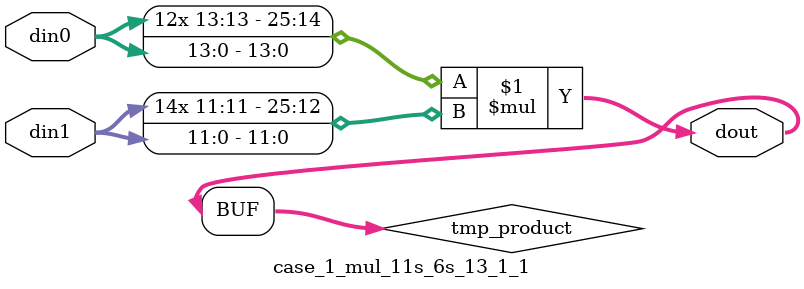
<source format=v>

`timescale 1 ns / 1 ps

 module case_1_mul_11s_6s_13_1_1(din0, din1, dout);
parameter ID = 1;
parameter NUM_STAGE = 0;
parameter din0_WIDTH = 14;
parameter din1_WIDTH = 12;
parameter dout_WIDTH = 26;

input [din0_WIDTH - 1 : 0] din0; 
input [din1_WIDTH - 1 : 0] din1; 
output [dout_WIDTH - 1 : 0] dout;

wire signed [dout_WIDTH - 1 : 0] tmp_product;



























assign tmp_product = $signed(din0) * $signed(din1);








assign dout = tmp_product;





















endmodule

</source>
